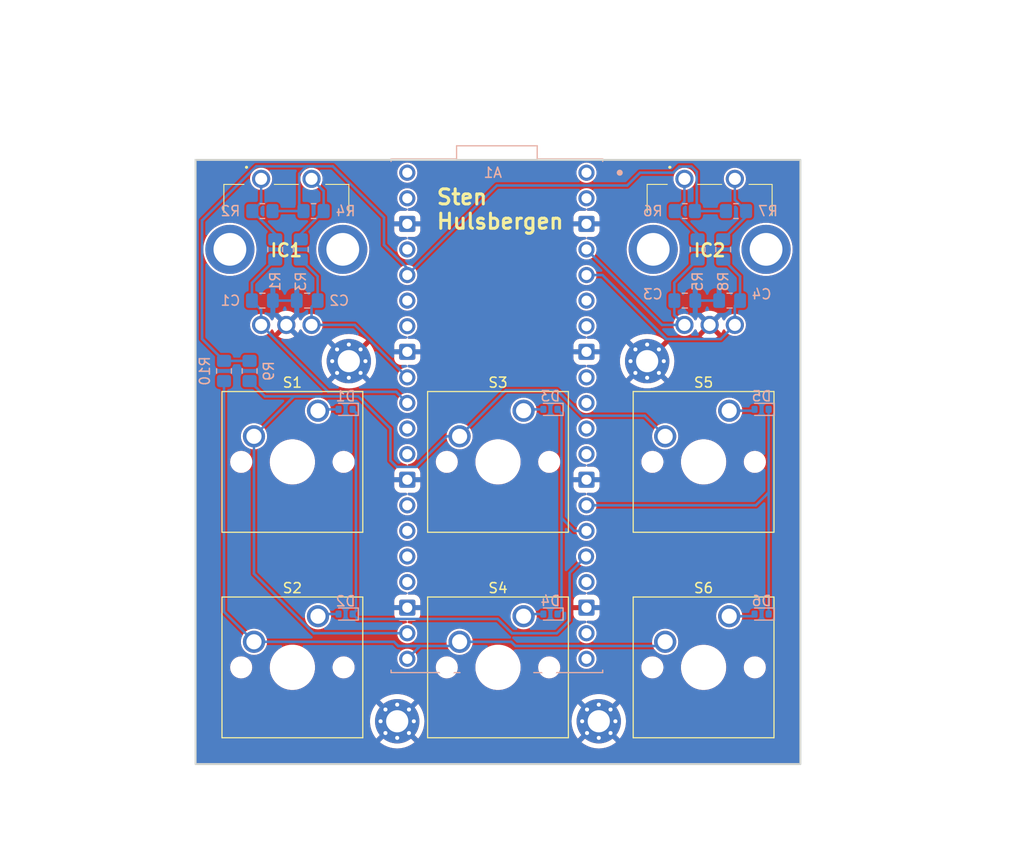
<source format=kicad_pcb>
(kicad_pcb (version 20221018) (generator pcbnew)
  (layers (0 "F.Cu" signal) (31 "B.Cu" signal) (34 "B.Paste" user) (35 "F.Paste" user) (36 "B.SilkS" user "B.Silkscreen") (37 "F.SilkS" user "F.Silkscreen") (38 "B.Mask" user) (39 "F.Mask" user) (44 "Edge.Cuts" user))
  (net 0 "")
  (net 1 "RIJ1")
  (net 2 "RIJ2")
  (net 3 "KOLOM1")
  (net 4 "KOLOM2")
  (net 5 "KOLOM3")
  (net 6 "Net-(D1-A)")
  (net 7 "Net-(D2-A)")
  (net 8 "Net-(D3-A)")
  (net 9 "Net-(D4-A)")
  (net 10 "Net-(D5-A)")
  (net 11 "Net-(D6-A)")
  (net 32 "+3V3")
  (net 33 "Net-(IC1-Pad1)")
  (net 34 "Net-(IC1-Pad2)")
  (net 35 "ROT1A")
  (net 36 "ROT1B")
  (net 37 "Net-(IC2-Pad1)")
  (net 38 "Net-(IC2-Pad2)")
  (net 39 "ROT2A")
  (net 40 "ROT2B")
  (net 45 "GND")
  (footprint "LIB_PEC12R-4220F-S0024:PEC12R4220FS0024" (layer "F.Cu") (at 47.5 34.9)
    (fp_text reference "IC1" (at 2.5 7.1) (layer "F.SilkS") (effects (font (size 1.27 1.27) (thickness 0.254))))
    (fp_text value "PEC12R-4220F-S0024" hide)
    (fp_line (start -3.7 0.55) (end -3.7 3.35) (stroke (width 0.1)) (layer "F.SilkS"))
    (fp_line (start -1.7 0.55) (end -3.7 0.55) (stroke (width 0.1)) (layer "F.SilkS"))
    (fp_line (start -1.5 -1.15) (end -1.5 -1.15) (stroke (width 0.2)) (layer "F.SilkS"))
    (fp_line (start -1.4 -1.15) (end -1.4 -1.15) (stroke (width 0.2)) (layer "F.SilkS"))
    (fp_line (start 1.3 0.55) (end 3.7 0.55) (stroke (width 0.1)) (layer "F.SilkS"))
    (fp_line (start 6.4 0.55) (end 8.7 0.55) (stroke (width 0.1)) (layer "F.SilkS"))
    (fp_line (start 8.7 0.55) (end 8.7 3.65) (stroke (width 0.1)) (layer "F.SilkS"))
    (fp_arc (start -1.5 -1.15) (mid -1.45 -1.2) (end -1.4 -1.15) (stroke (width 0.2)) (layer "F.SilkS"))
    (fp_arc (start -1.4 -1.15) (mid -1.45 -1.1) (end -1.5 -1.15) (stroke (width 0.2)) (layer "F.SilkS"))
    (pad "1" thru_hole circle (at 0 0) (size 1.8 1.8) (drill 1.2) (layers "*.Cu" "*.Mask") (net 33 "Net-(IC1-Pad1)"))
    (pad "2" thru_hole circle (at 5 0) (size 1.8 1.8) (drill 1.2) (layers "*.Cu" "*.Mask") (net 34 "Net-(IC1-Pad2)"))
    (pad "A1" thru_hole circle (at 0 14.5) (size 1.8 1.8) (drill 1.2) (layers "*.Cu" "*.Mask") (net 35 "ROT1A"))
    (pad "B1" thru_hole circle (at 5 14.5) (size 1.8 1.8) (drill 1.2) (layers "*.Cu" "*.Mask") (net 36 "ROT1B"))
    (pad "C1" thru_hole circle (at 2.5 14.5) (size 1.8 1.8) (drill 1.2) (layers "*.Cu" "*.Mask") (net 45 "GND"))
    (pad "MH1" thru_hole circle (at 8.1 7) (size 4.875 4.875) (drill 3.25) (layers "*.Cu" "*.Mask"))
    (pad "MH2" thru_hole circle (at -3.1 7) (size 4.875 4.875) (drill 3.25) (layers "*.Cu" "*.Mask"))
  )
  (footprint "Button_Switch_Keyboard:SW_Cherry_MX_1.00u_PCB" (layer "F.Cu") (at 93.94 57.92)
    (fp_text reference "S5" (at -2.54 -2.794) (layer "F.SilkS"))
    (fp_text value "MX1A-E1NW" hide)
    (fp_line (start -9.525 -1.905) (end 4.445 -1.905) (stroke (width 0.12)) (layer "F.SilkS"))
    (fp_line (start -9.525 12.065) (end -9.525 -1.905) (stroke (width 0.12)) (layer "F.SilkS"))
    (fp_line (start 4.445 -1.905) (end 4.445 12.065) (stroke (width 0.12)) (layer "F.SilkS"))
    (fp_line (start 4.445 12.065) (end -9.525 12.065) (stroke (width 0.12)) (layer "F.SilkS"))
    (pad "" np_thru_hole circle (at -7.62 5.08) (size 1.7 1.7) (drill 1.7) (layers "*.Cu" "*.Mask"))
    (pad "" np_thru_hole circle (at -2.54 5.08) (size 4 4) (drill 4) (layers "*.Cu" "*.Mask"))
    (pad "" np_thru_hole circle (at 2.54 5.08) (size 1.7 1.7) (drill 1.7) (layers "*.Cu" "*.Mask"))
    (pad "1" thru_hole circle (at 0 0) (size 2.2 2.2) (drill 1.5) (layers "*.Cu" "*.Mask") (net 10 "Net-(D5-A)"))
    (pad "2" thru_hole circle (at -6.35 2.54) (size 2.2 2.2) (drill 1.5) (layers "*.Cu" "*.Mask") (net 1 "RIJ1"))
  )
  (footprint "MountingHole:MountingHole_2.2mm_M2_Pad_Via" (layer "F.Cu") (at 81 88.75)
    (fp_text reference "H2" hide)
    (fp_text value "MountingHole_Pad" hide)
    (pad "1" thru_hole circle (at -1.65 0) (size 0.7 0.7) (drill 0.4) (layers "*.Cu" "*.Mask") (net 45 "GND"))
    (pad "1" thru_hole circle (at -1.166726 -1.166726) (size 0.7 0.7) (drill 0.4) (layers "*.Cu" "*.Mask") (net 45 "GND"))
    (pad "1" thru_hole circle (at -1.166726 1.166726) (size 0.7 0.7) (drill 0.4) (layers "*.Cu" "*.Mask") (net 45 "GND"))
    (pad "1" thru_hole circle (at 0 -1.65) (size 0.7 0.7) (drill 0.4) (layers "*.Cu" "*.Mask") (net 45 "GND"))
    (pad "1" thru_hole circle (at 0 0) (size 4.4 4.4) (drill 2.2) (layers "*.Cu" "*.Mask") (net 45 "GND"))
    (pad "1" thru_hole circle (at 0 1.65) (size 0.7 0.7) (drill 0.4) (layers "*.Cu" "*.Mask") (net 45 "GND"))
    (pad "1" thru_hole circle (at 1.166726 -1.166726) (size 0.7 0.7) (drill 0.4) (layers "*.Cu" "*.Mask") (net 45 "GND"))
    (pad "1" thru_hole circle (at 1.166726 1.166726) (size 0.7 0.7) (drill 0.4) (layers "*.Cu" "*.Mask") (net 45 "GND"))
    (pad "1" thru_hole circle (at 1.65 0) (size 0.7 0.7) (drill 0.4) (layers "*.Cu" "*.Mask") (net 45 "GND"))
  )
  (footprint "LIB_PEC12R-4220F-S0024:PEC12R4220FS0024" (layer "F.Cu") (at 89.5 34.9)
    (fp_text reference "IC2" (at 2.5 7.1) (layer "F.SilkS") (effects (font (size 1.27 1.27) (thickness 0.254))))
    (fp_text value "PEC12R-4220F-S0024" hide)
    (fp_line (start -3.7 0.55) (end -3.7 3.35) (stroke (width 0.1)) (layer "F.SilkS"))
    (fp_line (start -1.7 0.55) (end -3.7 0.55) (stroke (width 0.1)) (layer "F.SilkS"))
    (fp_line (start -1.5 -1.15) (end -1.5 -1.15) (stroke (width 0.2)) (layer "F.SilkS"))
    (fp_line (start -1.4 -1.15) (end -1.4 -1.15) (stroke (width 0.2)) (layer "F.SilkS"))
    (fp_line (start 1.3 0.55) (end 3.7 0.55) (stroke (width 0.1)) (layer "F.SilkS"))
    (fp_line (start 6.4 0.55) (end 8.7 0.55) (stroke (width 0.1)) (layer "F.SilkS"))
    (fp_line (start 8.7 0.55) (end 8.7 3.65) (stroke (width 0.1)) (layer "F.SilkS"))
    (fp_arc (start -1.5 -1.15) (mid -1.45 -1.2) (end -1.4 -1.15) (stroke (width 0.2)) (layer "F.SilkS"))
    (fp_arc (start -1.4 -1.15) (mid -1.45 -1.1) (end -1.5 -1.15) (stroke (width 0.2)) (layer "F.SilkS"))
    (pad "1" thru_hole circle (at 0 0) (size 1.8 1.8) (drill 1.2) (layers "*.Cu" "*.Mask") (net 37 "Net-(IC2-Pad1)"))
    (pad "2" thru_hole circle (at 5 0) (size 1.8 1.8) (drill 1.2) (layers "*.Cu" "*.Mask") (net 38 "Net-(IC2-Pad2)"))
    (pad "A1" thru_hole circle (at 0 14.5) (size 1.8 1.8) (drill 1.2) (layers "*.Cu" "*.Mask") (net 39 "ROT2A"))
    (pad "B1" thru_hole circle (at 5 14.5) (size 1.8 1.8) (drill 1.2) (layers "*.Cu" "*.Mask") (net 40 "ROT2B"))
    (pad "C1" thru_hole circle (at 2.5 14.5) (size 1.8 1.8) (drill 1.2) (layers "*.Cu" "*.Mask") (net 45 "GND"))
    (pad "MH1" thru_hole circle (at 8.1 7) (size 4.875 4.875) (drill 3.25) (layers "*.Cu" "*.Mask"))
    (pad "MH2" thru_hole circle (at -3.1 7) (size 4.875 4.875) (drill 3.25) (layers "*.Cu" "*.Mask"))
  )
  (footprint "MountingHole:MountingHole_2.2mm_M2_Pad_Via" (layer "F.Cu") (at 61 88.75)
    (fp_text reference "H1" hide)
    (fp_text value "MountingHole_Pad" hide)
    (pad "1" thru_hole circle (at -1.65 0) (size 0.7 0.7) (drill 0.4) (layers "*.Cu" "*.Mask") (net 45 "GND"))
    (pad "1" thru_hole circle (at -1.166726 -1.166726) (size 0.7 0.7) (drill 0.4) (layers "*.Cu" "*.Mask") (net 45 "GND"))
    (pad "1" thru_hole circle (at -1.166726 1.166726) (size 0.7 0.7) (drill 0.4) (layers "*.Cu" "*.Mask") (net 45 "GND"))
    (pad "1" thru_hole circle (at 0 -1.65) (size 0.7 0.7) (drill 0.4) (layers "*.Cu" "*.Mask") (net 45 "GND"))
    (pad "1" thru_hole circle (at 0 0) (size 4.4 4.4) (drill 2.2) (layers "*.Cu" "*.Mask") (net 45 "GND"))
    (pad "1" thru_hole circle (at 0 1.65) (size 0.7 0.7) (drill 0.4) (layers "*.Cu" "*.Mask") (net 45 "GND"))
    (pad "1" thru_hole circle (at 1.166726 -1.166726) (size 0.7 0.7) (drill 0.4) (layers "*.Cu" "*.Mask") (net 45 "GND"))
    (pad "1" thru_hole circle (at 1.166726 1.166726) (size 0.7 0.7) (drill 0.4) (layers "*.Cu" "*.Mask") (net 45 "GND"))
    (pad "1" thru_hole circle (at 1.65 0) (size 0.7 0.7) (drill 0.4) (layers "*.Cu" "*.Mask") (net 45 "GND"))
  )
  (footprint "Button_Switch_Keyboard:SW_Cherry_MX_1.00u_PCB" (layer "F.Cu") (at 53.14 78.32)
    (fp_text reference "S2" (at -2.54 -2.794) (layer "F.SilkS"))
    (fp_text value "MX1A-E1NW" hide)
    (fp_line (start -9.525 -1.905) (end 4.445 -1.905) (stroke (width 0.12)) (layer "F.SilkS"))
    (fp_line (start -9.525 12.065) (end -9.525 -1.905) (stroke (width 0.12)) (layer "F.SilkS"))
    (fp_line (start 4.445 -1.905) (end 4.445 12.065) (stroke (width 0.12)) (layer "F.SilkS"))
    (fp_line (start 4.445 12.065) (end -9.525 12.065) (stroke (width 0.12)) (layer "F.SilkS"))
    (pad "" np_thru_hole circle (at -7.62 5.08) (size 1.7 1.7) (drill 1.7) (layers "*.Cu" "*.Mask"))
    (pad "" np_thru_hole circle (at -2.54 5.08) (size 4 4) (drill 4) (layers "*.Cu" "*.Mask"))
    (pad "" np_thru_hole circle (at 2.54 5.08) (size 1.7 1.7) (drill 1.7) (layers "*.Cu" "*.Mask"))
    (pad "1" thru_hole circle (at 0 0) (size 2.2 2.2) (drill 1.5) (layers "*.Cu" "*.Mask") (net 7 "Net-(D2-A)"))
    (pad "2" thru_hole circle (at -6.35 2.54) (size 2.2 2.2) (drill 1.5) (layers "*.Cu" "*.Mask") (net 2 "RIJ2"))
  )
  (footprint "Button_Switch_Keyboard:SW_Cherry_MX_1.00u_PCB" (layer "F.Cu") (at 73.54 57.92)
    (fp_text reference "S3" (at -2.54 -2.794) (layer "F.SilkS"))
    (fp_text value "MX1A-E1NW" hide)
    (fp_line (start -9.525 -1.905) (end 4.445 -1.905) (stroke (width 0.12)) (layer "F.SilkS"))
    (fp_line (start -9.525 12.065) (end -9.525 -1.905) (stroke (width 0.12)) (layer "F.SilkS"))
    (fp_line (start 4.445 -1.905) (end 4.445 12.065) (stroke (width 0.12)) (layer "F.SilkS"))
    (fp_line (start 4.445 12.065) (end -9.525 12.065) (stroke (width 0.12)) (layer "F.SilkS"))
    (pad "" np_thru_hole circle (at -7.62 5.08) (size 1.7 1.7) (drill 1.7) (layers "*.Cu" "*.Mask"))
    (pad "" np_thru_hole circle (at -2.54 5.08) (size 4 4) (drill 4) (layers "*.Cu" "*.Mask"))
    (pad "" np_thru_hole circle (at 2.54 5.08) (size 1.7 1.7) (drill 1.7) (layers "*.Cu" "*.Mask"))
    (pad "1" thru_hole circle (at 0 0) (size 2.2 2.2) (drill 1.5) (layers "*.Cu" "*.Mask") (net 8 "Net-(D3-A)"))
    (pad "2" thru_hole circle (at -6.35 2.54) (size 2.2 2.2) (drill 1.5) (layers "*.Cu" "*.Mask") (net 1 "RIJ1"))
  )
  (footprint "Button_Switch_Keyboard:SW_Cherry_MX_1.00u_PCB" (layer "F.Cu") (at 73.54 78.32)
    (fp_text reference "S4" (at -2.54 -2.794) (layer "F.SilkS"))
    (fp_text value "MX1A-E1NW" hide)
    (fp_line (start -9.525 -1.905) (end 4.445 -1.905) (stroke (width 0.12)) (layer "F.SilkS"))
    (fp_line (start -9.525 12.065) (end -9.525 -1.905) (stroke (width 0.12)) (layer "F.SilkS"))
    (fp_line (start 4.445 -1.905) (end 4.445 12.065) (stroke (width 0.12)) (layer "F.SilkS"))
    (fp_line (start 4.445 12.065) (end -9.525 12.065) (stroke (width 0.12)) (layer "F.SilkS"))
    (pad "" np_thru_hole circle (at -7.62 5.08) (size 1.7 1.7) (drill 1.7) (layers "*.Cu" "*.Mask"))
    (pad "" np_thru_hole circle (at -2.54 5.08) (size 4 4) (drill 4) (layers "*.Cu" "*.Mask"))
    (pad "" np_thru_hole circle (at 2.54 5.08) (size 1.7 1.7) (drill 1.7) (layers "*.Cu" "*.Mask"))
    (pad "1" thru_hole circle (at 0 0) (size 2.2 2.2) (drill 1.5) (layers "*.Cu" "*.Mask") (net 9 "Net-(D4-A)"))
    (pad "2" thru_hole circle (at -6.35 2.54) (size 2.2 2.2) (drill 1.5) (layers "*.Cu" "*.Mask") (net 2 "RIJ2"))
  )
  (footprint "Button_Switch_Keyboard:SW_Cherry_MX_1.00u_PCB" (layer "F.Cu") (at 93.94 78.32)
    (fp_text reference "S6" (at -2.54 -2.794) (layer "F.SilkS"))
    (fp_text value "MX1A-E1NW" hide)
    (fp_line (start -9.525 -1.905) (end 4.445 -1.905) (stroke (width 0.12)) (layer "F.SilkS"))
    (fp_line (start -9.525 12.065) (end -9.525 -1.905) (stroke (width 0.12)) (layer "F.SilkS"))
    (fp_line (start 4.445 -1.905) (end 4.445 12.065) (stroke (width 0.12)) (layer "F.SilkS"))
    (fp_line (start 4.445 12.065) (end -9.525 12.065) (stroke (width 0.12)) (layer "F.SilkS"))
    (pad "" np_thru_hole circle (at -7.62 5.08) (size 1.7 1.7) (drill 1.7) (layers "*.Cu" "*.Mask"))
    (pad "" np_thru_hole circle (at -2.54 5.08) (size 4 4) (drill 4) (layers "*.Cu" "*.Mask"))
    (pad "" np_thru_hole circle (at 2.54 5.08) (size 1.7 1.7) (drill 1.7) (layers "*.Cu" "*.Mask"))
    (pad "1" thru_hole circle (at 0 0) (size 2.2 2.2) (drill 1.5) (layers "*.Cu" "*.Mask") (net 11 "Net-(D6-A)"))
    (pad "2" thru_hole circle (at -6.35 2.54) (size 2.2 2.2) (drill 1.5) (layers "*.Cu" "*.Mask") (net 2 "RIJ2"))
  )
  (footprint "MountingHole:MountingHole_2.2mm_M2_Pad_Via" (layer "F.Cu") (at 85.8 53)
    (fp_text reference "H3" hide)
    (fp_text value "MountingHole_Pad" hide)
    (pad "1" thru_hole circle (at -1.65 0) (size 0.7 0.7) (drill 0.4) (layers "*.Cu" "*.Mask") (net 45 "GND"))
    (pad "1" thru_hole circle (at -1.166726 -1.166726) (size 0.7 0.7) (drill 0.4) (layers "*.Cu" "*.Mask") (net 45 "GND"))
    (pad "1" thru_hole circle (at -1.166726 1.166726) (size 0.7 0.7) (drill 0.4) (layers "*.Cu" "*.Mask") (net 45 "GND"))
    (pad "1" thru_hole circle (at 0 -1.65) (size 0.7 0.7) (drill 0.4) (layers "*.Cu" "*.Mask") (net 45 "GND"))
    (pad "1" thru_hole circle (at 0 0) (size 4.4 4.4) (drill 2.2) (layers "*.Cu" "*.Mask") (net 45 "GND"))
    (pad "1" thru_hole circle (at 0 1.65) (size 0.7 0.7) (drill 0.4) (layers "*.Cu" "*.Mask") (net 45 "GND"))
    (pad "1" thru_hole circle (at 1.166726 -1.166726) (size 0.7 0.7) (drill 0.4) (layers "*.Cu" "*.Mask") (net 45 "GND"))
    (pad "1" thru_hole circle (at 1.166726 1.166726) (size 0.7 0.7) (drill 0.4) (layers "*.Cu" "*.Mask") (net 45 "GND"))
    (pad "1" thru_hole circle (at 1.65 0) (size 0.7 0.7) (drill 0.4) (layers "*.Cu" "*.Mask") (net 45 "GND"))
  )
  (footprint "MountingHole:MountingHole_2.2mm_M2_Pad_Via" (layer "F.Cu") (at 56.2 53)
    (fp_text reference "H4" hide)
    (fp_text value "MountingHole_Pad" hide)
    (pad "1" thru_hole circle (at -1.65 0) (size 0.7 0.7) (drill 0.4) (layers "*.Cu" "*.Mask") (net 45 "GND"))
    (pad "1" thru_hole circle (at -1.166726 -1.166726) (size 0.7 0.7) (drill 0.4) (layers "*.Cu" "*.Mask") (net 45 "GND"))
    (pad "1" thru_hole circle (at -1.166726 1.166726) (size 0.7 0.7) (drill 0.4) (layers "*.Cu" "*.Mask") (net 45 "GND"))
    (pad "1" thru_hole circle (at 0 -1.65) (size 0.7 0.7) (drill 0.4) (layers "*.Cu" "*.Mask") (net 45 "GND"))
    (pad "1" thru_hole circle (at 0 0) (size 4.4 4.4) (drill 2.2) (layers "*.Cu" "*.Mask") (net 45 "GND"))
    (pad "1" thru_hole circle (at 0 1.65) (size 0.7 0.7) (drill 0.4) (layers "*.Cu" "*.Mask") (net 45 "GND"))
    (pad "1" thru_hole circle (at 1.166726 -1.166726) (size 0.7 0.7) (drill 0.4) (layers "*.Cu" "*.Mask") (net 45 "GND"))
    (pad "1" thru_hole circle (at 1.166726 1.166726) (size 0.7 0.7) (drill 0.4) (layers "*.Cu" "*.Mask") (net 45 "GND"))
    (pad "1" thru_hole circle (at 1.65 0) (size 0.7 0.7) (drill 0.4) (layers "*.Cu" "*.Mask") (net 45 "GND"))
  )
  (footprint "Button_Switch_Keyboard:SW_Cherry_MX_1.00u_PCB" (layer "F.Cu") (at 53.14 57.92)
    (fp_text reference "S1" (at -2.54 -2.794) (layer "F.SilkS"))
    (fp_text value "MX1A-E1NW" hide)
    (fp_line (start -9.525 -1.905) (end 4.445 -1.905) (stroke (width 0.12)) (layer "F.SilkS"))
    (fp_line (start -9.525 12.065) (end -9.525 -1.905) (stroke (width 0.12)) (layer "F.SilkS"))
    (fp_line (start 4.445 -1.905) (end 4.445 12.065) (stroke (width 0.12)) (layer "F.SilkS"))
    (fp_line (start 4.445 12.065) (end -9.525 12.065) (stroke (width 0.12)) (layer "F.SilkS"))
    (pad "" np_thru_hole circle (at -7.62 5.08) (size 1.7 1.7) (drill 1.7) (layers "*.Cu" "*.Mask"))
    (pad "" np_thru_hole circle (at -2.54 5.08) (size 4 4) (drill 4) (layers "*.Cu" "*.Mask"))
    (pad "" np_thru_hole circle (at 2.54 5.08) (size 1.7 1.7) (drill 1.7) (layers "*.Cu" "*.Mask"))
    (pad "1" thru_hole circle (at 0 0) (size 2.2 2.2) (drill 1.5) (layers "*.Cu" "*.Mask") (net 6 "Net-(D1-A)"))
    (pad "2" thru_hole circle (at -6.35 2.54) (size 2.2 2.2) (drill 1.5) (layers "*.Cu" "*.Mask") (net 1 "RIJ1"))
  )
  (footprint "Diode_SMD:D_SOD-523" (layer "B.Cu") (at 55.88 57.785 180)
    (fp_text reference "D1" (at 0 1.3) (layer "B.SilkS") (effects (justify mirror)))
    (fp_text value "1N4148WT" hide)
    (fp_line (start -1.26 0.6) (end -1.26 -0.6) (stroke (width 0.12)) (layer "B.SilkS"))
    (fp_line (start 0.7 -0.6) (end -1.26 -0.6) (stroke (width 0.12)) (layer "B.SilkS"))
    (fp_line (start 0.7 0.6) (end -1.26 0.6) (stroke (width 0.12)) (layer "B.SilkS"))
    (pad "1" smd roundrect (at -0.7 0) (size 0.6 0.7) (layers "B.Cu" "B.Paste" "B.Mask") (net 3 "KOLOM1"))
    (pad "2" smd roundrect (at 0.7 0) (size 0.6 0.7) (layers "B.Cu" "B.Paste" "B.Mask") (net 6 "Net-(D1-A)"))
  )
  (footprint "Resistor_SMD:R_0805_2012Metric_Pad1.20x1.40mm_HandSolder" (layer "B.Cu") (at 46.355 53.975 90)
    (fp_text reference "R9" (at 0 1.905 90) (layer "B.SilkS") (effects (justify mirror)))
    (fp_text value "10K" hide)
    (fp_line (start -0.227064 -0.735) (end 0.227064 -0.735) (stroke (width 0.12)) (layer "B.SilkS"))
    (fp_line (start -0.227064 0.735) (end 0.227064 0.735) (stroke (width 0.12)) (layer "B.SilkS"))
    (pad "1" smd roundrect (at -1 0 90) (size 1.2 1.4) (layers "B.Cu" "B.Paste" "B.Mask") (roundrect_rratio 0.208333) (net 1 "RIJ1"))
    (pad "2" smd roundrect (at 1 0 90) (size 1.2 1.4) (layers "B.Cu" "B.Paste" "B.Mask") (roundrect_rratio 0.208333) (net 32 "+3V3"))
  )
  (footprint "Resistor_SMD:R_0805_2012Metric_Pad1.20x1.40mm_HandSolder" (layer "B.Cu") (at 51.435 41.91 -90)
    (fp_text reference "R3" (at 3.175 0 90) (layer "B.SilkS") (effects (justify mirror)))
    (fp_text value "10K" hide)
    (fp_line (start -0.227064 -0.735) (end 0.227064 -0.735) (stroke (width 0.12)) (layer "B.SilkS"))
    (fp_line (start -0.227064 0.735) (end 0.227064 0.735) (stroke (width 0.12)) (layer "B.SilkS"))
    (pad "1" smd roundrect (at -1 0 270) (size 1.2 1.4) (layers "B.Cu" "B.Paste" "B.Mask") (roundrect_rratio 0.208333) (net 34 "Net-(IC1-Pad2)"))
    (pad "2" smd roundrect (at 1 0 270) (size 1.2 1.4) (layers "B.Cu" "B.Paste" "B.Mask") (roundrect_rratio 0.208333) (net 36 "ROT1B"))
  )
  (footprint "Capacitor_SMD:C_0805_2012Metric_Pad1.18x1.45mm_HandSolder" (layer "B.Cu") (at 93.98 46.99)
    (fp_text reference "C4" (at 3.175 -0.635) (layer "B.SilkS") (effects (justify mirror)))
    (fp_text value "0.01uF" hide)
    (fp_line (start -0.261252 -0.735) (end 0.261252 -0.735) (stroke (width 0.12)) (layer "B.SilkS"))
    (fp_line (start -0.261252 0.735) (end 0.261252 0.735) (stroke (width 0.12)) (layer "B.SilkS"))
    (pad "1" smd roundrect (at -1.0375 0) (size 1.175 1.45) (layers "B.Cu" "B.Paste" "B.Mask") (roundrect_rratio 0.212766) (net 45 "GND"))
    (pad "2" smd roundrect (at 1.0375 0) (size 1.175 1.45) (layers "B.Cu" "B.Paste" "B.Mask") (roundrect_rratio 0.212766) (net 40 "ROT2B"))
  )
  (footprint "Resistor_SMD:R_0805_2012Metric_Pad1.20x1.40mm_HandSolder" (layer "B.Cu") (at 94.615 38.1)
    (fp_text reference "R7" (at 3.175 0) (layer "B.SilkS") (effects (justify mirror)))
    (fp_text value "10K" hide)
    (fp_line (start -0.227064 -0.735) (end 0.227064 -0.735) (stroke (width 0.12)) (layer "B.SilkS"))
    (fp_line (start -0.227064 0.735) (end 0.227064 0.735) (stroke (width 0.12)) (layer "B.SilkS"))
    (pad "1" smd roundrect (at -1 0) (size 1.2 1.4) (layers "B.Cu" "B.Paste" "B.Mask") (roundrect_rratio 0.208333) (net 32 "+3V3"))
    (pad "2" smd roundrect (at 1 0) (size 1.2 1.4) (layers "B.Cu" "B.Paste" "B.Mask") (roundrect_rratio 0.208333) (net 38 "Net-(IC2-Pad2)"))
  )
  (footprint "Diode_SMD:D_SOD-523" (layer "B.Cu") (at 76.2 78.105 180)
    (fp_text reference "D4" (at 0 1.3) (layer "B.SilkS") (effects (justify mirror)))
    (fp_text value "1N4148WT" hide)
    (fp_line (start -1.26 0.6) (end -1.26 -0.6) (stroke (width 0.12)) (layer "B.SilkS"))
    (fp_line (start 0.7 -0.6) (end -1.26 -0.6) (stroke (width 0.12)) (layer "B.SilkS"))
    (fp_line (start 0.7 0.6) (end -1.26 0.6) (stroke (width 0.12)) (layer "B.SilkS"))
    (pad "1" smd roundrect (at -0.7 0) (size 0.6 0.7) (layers "B.Cu" "B.Paste" "B.Mask") (net 4 "KOLOM2"))
    (pad "2" smd roundrect (at 0.7 0) (size 0.6 0.7) (layers "B.Cu" "B.Paste" "B.Mask") (net 9 "Net-(D4-A)"))
  )
  (footprint "Resistor_SMD:R_0805_2012Metric_Pad1.20x1.40mm_HandSolder" (layer "B.Cu") (at 93.345 41.91 -90)
    (fp_text reference "R8" (at 3.175 0 90) (layer "B.SilkS") (effects (justify mirror)))
    (fp_text value "10K" hide)
    (fp_line (start -0.227064 -0.735) (end 0.227064 -0.735) (stroke (width 0.12)) (layer "B.SilkS"))
    (fp_line (start -0.227064 0.735) (end 0.227064 0.735) (stroke (width 0.12)) (layer "B.SilkS"))
    (pad "1" smd roundrect (at -1 0 270) (size 1.2 1.4) (layers "B.Cu" "B.Paste" "B.Mask") (roundrect_rratio 0.208333) (net 38 "Net-(IC2-Pad2)"))
    (pad "2" smd roundrect (at 1 0 270) (size 1.2 1.4) (layers "B.Cu" "B.Paste" "B.Mask") (roundrect_rratio 0.208333) (net 40 "ROT2B"))
  )
  (footprint "Resistor_SMD:R_0805_2012Metric_Pad1.20x1.40mm_HandSolder" (layer "B.Cu") (at 48.895 41.91 90)
    (fp_text reference "R1" (at -3.175 0 90) (layer "B.SilkS") (effects (justify mirror)))
    (fp_text value "10K" hide)
    (fp_line (start -0.227064 -0.735) (end 0.227064 -0.735) (stroke (width 0.12)) (layer "B.SilkS"))
    (fp_line (start -0.227064 0.735) (end 0.227064 0.735) (stroke (width 0.12)) (layer "B.SilkS"))
    (pad "1" smd roundrect (at -1 0 90) (size 1.2 1.4) (layers "B.Cu" "B.Paste" "B.Mask") (roundrect_rratio 0.208333) (net 35 "ROT1A"))
    (pad "2" smd roundrect (at 1 0 90) (size 1.2 1.4) (layers "B.Cu" "B.Paste" "B.Mask") (roundrect_rratio 0.208333) (net 33 "Net-(IC1-Pad1)"))
  )
  (footprint "Raspberry_Pi_Pico_W_Kicad_Files-main:MODULE_SC0918" (layer "B.Cu") (at 70.89 58.42 180)
    (fp_text reference "A1" (at 0.405 24.13) (layer "B.SilkS") (effects (justify mirror)))
    (fp_text value "SC0918")
    (fp_line (start -10.5 -25.5) (end -10.5 -25.25) (stroke (width 0.127)) (layer "B.SilkS"))
    (fp_line (start -10.5 25.25) (end -10.5 25.5) (stroke (width 0.127)) (layer "B.SilkS"))
    (fp_line (start -10.5 25.5) (end -4 25.5) (stroke (width 0.127)) (layer "B.SilkS"))
    (fp_line (start -4 25.5) (end -4 26.8) (stroke (width 0.127)) (layer "B.SilkS"))
    (fp_line (start -4 26.8) (end 4 26.8) (stroke (width 0.127)) (layer "B.SilkS"))
    (fp_line (start -3.66 -25.5) (end -10.5 -25.5) (stroke (width 0.127)) (layer "B.SilkS"))
    (fp_line (start 4 25.5) (end 10.5 25.5) (stroke (width 0.127)) (layer "B.SilkS"))
    (fp_line (start 4 26.8) (end 4 25.5) (stroke (width 0.127)) (layer "B.SilkS"))
    (fp_line (start 10.5 -25.5) (end 3.66 -25.5) (stroke (width 0.127)) (layer "B.SilkS"))
    (fp_line (start 10.5 -25.5) (end 10.5 -25.25) (stroke (width 0.127)) (layer "B.SilkS"))
    (fp_line (start 10.5 25.5) (end 10.5 25.25) (stroke (width 0.127)) (layer "B.SilkS"))
    (fp_circle (center -12.19 24.13) (end -11.99 24.13) (stroke (width 0.2)) (fill solid) (layer "B.SilkS"))
    (pad "1" thru_hole circle (at -8.89 24.13 180) (size 1.6 1.6) (drill 1) (layers "*.Cu" "*.Mask"))
    (pad "2" thru_hole circle (at -8.89 21.59 180) (size 1.6 1.6) (drill 1) (layers "*.Cu" "*.Mask"))
    (pad "3" thru_hole roundrect (at -8.89 19.05 180) (size 1.6 1.6) (drill 1) (layers "*.Cu" "*.Mask") (roundrect_rratio 0.125) (net 45 "GND"))
    (pad "4" thru_hole circle (at -8.89 16.51 180) (size 1.6 1.6) (drill 1) (layers "*.Cu" "*.Mask") (net 39 "ROT2A"))
    (pad "5" thru_hole circle (at -8.89 13.97 180) (size 1.6 1.6) (drill 1) (layers "*.Cu" "*.Mask") (net 40 "ROT2B"))
    (pad "6" thru_hole circle (at -8.89 11.43 180) (size 1.6 1.6) (drill 1) (layers "*.Cu" "*.Mask"))
    (pad "7" thru_hole circle (at -8.89 8.89 180) (size 1.6 1.6) (drill 1) (layers "*.Cu" "*.Mask"))
    (pad "8" thru_hole roundrect (at -8.89 6.35 180) (size 1.6 1.6) (drill 1) (layers "*.Cu" "*.Mask") (roundrect_rratio 0.125) (net 45 "GND"))
    (pad "9" thru_hole circle (at -8.89 3.81 180) (size 1.6 1.6) (drill 1) (layers "*.Cu" "*.Mask"))
    (pad "10" thru_hole circle (at -8.89 1.27 180) (size 1.6 1.6) (drill 1) (layers "*.Cu" "*.Mask"))
    (pad "11" thru_hole circle (at -8.89 -1.27 180) (size 1.6 1.6) (drill 1) (layers "*.Cu" "*.Mask"))
    (pad "12" thru_hole circle (at -8.89 -3.81 180) (size 1.6 1.6) (drill 1) (layers "*.Cu" "*.Mask"))
    (pad "13" thru_hole roundrect (at -8.89 -6.35 180) (size 1.6 1.6) (drill 1) (layers "*.Cu" "*.Mask") (roundrect_rratio 0.125) (net 45 "GND"))
    (pad "14" thru_hole circle (at -8.89 -8.89 180) (size 1.6 1.6) (drill 1) (layers "*.Cu" "*.Mask") (net 5 "KOLOM3"))
    (pad "15" thru_hole circle (at -8.89 -11.43 180) (size 1.6 1.6) (drill 1) (layers "*.Cu" "*.Mask") (net 4 "KOLOM2"))
    (pad "16" thru_hole circle (at -8.848119 -13.97 180) (size 1.6 1.6) (drill 1) (layers "*.Cu" "*.Mask") (net 3 "KOLOM1"))
    (pad "17" thru_hole circle (at -8.89 -16.51 180) (size 1.6 1.6) (drill 1) (layers "*.Cu" "*.Mask"))
    (pad "18" thru_hole roundrect (at -8.89 -19.05 180) (size 1.6 1.6) (drill 1) (layers "*.Cu" "*.Mask") (roundrect_rratio 0.125) (net 45 "GND"))
    (pad "19" thru_hole circle (at -8.89 -21.59 180) (size 1.6 1.6) (drill 1) (layers "*.Cu" "*.Mask"))
    (pad "20" thru_hole circle (at -8.89 -24.13 180) (size 1.6 1.6) (drill 1) (layers "*.Cu" "*.Mask"))
    (pad "21" thru_hole circle (at 8.89 -24.13 180) (size 1.6 1.6) (drill 1) (layers "*.Cu" "*.Mask") (net 2 "RIJ2"))
    (pad "22" thru_hole circle (at 8.89 -21.59 180) (size 1.6 1.6) (drill 1) (layers "*.Cu" "*.Mask") (net 1 "RIJ1"))
    (pad "23" thru_hole roundrect (at 8.89 -19.05 180) (size 1.6 1.6) (drill 1) (layers "*.Cu" "*.Mask") (roundrect_rratio 0.125) (net 45 "GND"))
    (pad "24" thru_hole circle (at 8.89 -16.51 180) (size 1.6 1.6) (drill 1) (layers "*.Cu" "*.Mask"))
    (pad "25" thru_hole circle (at 8.89 -13.97 180) (size 1.6 1.6) (drill 1) (layers "*.Cu" "*.Mask"))
    (pad "26" thru_hole circle (at 8.89 -11.43 180) (size 1.6 1.6) (drill 1) (layers "*.Cu" "*.Mask"))
    (pad "27" thru_hole circle (at 8.89 -8.89 180) (size 1.6 1.6) (drill 1) (layers "*.Cu" "*.Mask"))
    (pad "28" thru_hole roundrect (at 8.89 -6.35 180) (size 1.6 1.6) (drill 1) (layers "*.Cu" "*.Mask") (roundrect_rratio 0.125) (net 45 "GND"))
    (pad "29" thru_hole circle (at 8.89 -3.81 180) (size 1.6 1.6) (drill 1) (layers "*.Cu" "*.Mask"))
    (pad "30" thru_hole circle (at 8.89 -1.27 180) (size 1.6 1.6) (drill 1) (layers "*.Cu" "*.Mask"))
    (pad "31" thru_hole circle (at 8.89 1.27 180) (size 1.6 1.6) (drill 1) (layers "*.Cu" "*.Mask") (net 35 "ROT1A"))
    (pad "32" thru_hole circle (at 8.89 3.81 180) (size 1.6 1.6) (drill 1) (layers "*.Cu" "*.Mask") (net 36 "ROT1B"))
    (pad "33" thru_hole roundrect (at 8.89 6.35 180) (size 1.6 1.6) (drill 1) (layers "*.Cu" "*.Mask") (roundrect_rratio 0.125) (net 45 "GND"))
    (pad "34" thru_hole circle (at 8.89 8.89 180) (size 1.6 1.6) (drill 1) (layers "*.Cu" "*.Mask"))
    (pad "35" thru_hole circle (at 8.89 11.43 180) (size 1.6 1.6) (drill 1) (layers "*.Cu" "*.Mask"))
    (pad "36" thru_hole circle (at 8.89 13.97 180) (size 1.6 1.6) (drill 1) (layers "*.Cu" "*.Mask") (net 32 "+3V3"))
    (pad "37" thru_hole circle (at 8.89 16.51 180) (size 1.6 1.6) (drill 1) (layers "*.Cu" "*.Mask"))
    (pad "38" thru_hole roundrect (at 8.89 19.05 180) (size 1.6 1.6) (drill 1) (layers "*.Cu" "*.Mask") (roundrect_rratio 0.125) (net 45 "GND"))
    (pad "39" thru_hole circle (at 8.89 21.59 180) (size 1.6 1.6) (drill 1) (layers "*.Cu" "*.Mask"))
    (pad "40" thru_hole circle (at 8.89 24.13 180) (size 1.6 1.6) (drill 1) (layers "*.Cu" "*.Mask"))
  )
  (footprint "Resistor_SMD:R_0805_2012Metric_Pad1.20x1.40mm_HandSolder" (layer "B.Cu") (at 90.805 41.91 90)
    (fp_text reference "R5" (at -3.175 0 90) (layer "B.SilkS") (effects (justify mirror)))
    (fp_text value "10K" hide)
    (fp_line (start -0.227064 -0.735) (end 0.227064 -0.735) (stroke (width 0.12)) (layer "B.SilkS"))
    (fp_line (start -0.227064 0.735) (end 0.227064 0.735) (stroke (width 0.12)) (layer "B.SilkS"))
    (pad "1" smd roundrect (at -1 0 90) (size 1.2 1.4) (layers "B.Cu" "B.Paste" "B.Mask") (roundrect_rratio 0.208333) (net 39 "ROT2A"))
    (pad "2" smd roundrect (at 1 0 90) (size 1.2 1.4) (layers "B.Cu" "B.Paste" "B.Mask") (roundrect_rratio 0.208333) (net 37 "Net-(IC2-Pad1)"))
  )
  (footprint "Resistor_SMD:R_0805_2012Metric_Pad1.20x1.40mm_HandSolder" (layer "B.Cu") (at 52.705 38.1)
    (fp_text reference "R4" (at 3.175 0) (layer "B.SilkS") (effects (justify mirror)))
    (fp_text value "10K" hide)
    (fp_line (start -0.227064 -0.735) (end 0.227064 -0.735) (stroke (width 0.12)) (layer "B.SilkS"))
    (fp_line (start -0.227064 0.735) (end 0.227064 0.735) (stroke (width 0.12)) (layer "B.SilkS"))
    (pad "1" smd roundrect (at -1 0) (size 1.2 1.4) (layers "B.Cu" "B.Paste" "B.Mask") (roundrect_rratio 0.208333) (net 32 "+3V3"))
    (pad "2" smd roundrect (at 1 0) (size 1.2 1.4) (layers "B.Cu" "B.Paste" "B.Mask") (roundrect_rratio 0.208333) (net 34 "Net-(IC1-Pad2)"))
  )
  (footprint "Diode_SMD:D_SOD-523" (layer "B.Cu") (at 97.155 57.785 180)
    (fp_text reference "D5" (at 0 1.3) (layer "B.SilkS") (effects (justify mirror)))
    (fp_text value "1N4148WT" hide)
    (fp_line (start -1.26 0.6) (end -1.26 -0.6) (stroke (width 0.12)) (layer "B.SilkS"))
    (fp_line (start 0.7 -0.6) (end -1.26 -0.6) (stroke (width 0.12)) (layer "B.SilkS"))
    (fp_line (start 0.7 0.6) (end -1.26 0.6) (stroke (width 0.12)) (layer "B.SilkS"))
    (pad "1" smd roundrect (at -0.7 0) (size 0.6 0.7) (layers "B.Cu" "B.Paste" "B.Mask") (net 5 "KOLOM3"))
    (pad "2" smd roundrect (at 0.7 0) (size 0.6 0.7) (layers "B.Cu" "B.Paste" "B.Mask") (net 10 "Net-(D5-A)"))
  )
  (footprint "Capacitor_SMD:C_0805_2012Metric_Pad1.18x1.45mm_HandSolder" (layer "B.Cu") (at 89.535 46.99)
    (fp_text reference "C3" (at -3.175 -0.635) (layer "B.SilkS") (effects (justify mirror)))
    (fp_text value "0.01uF" hide)
    (fp_line (start -0.261252 -0.735) (end 0.261252 -0.735) (stroke (width 0.12)) (layer "B.SilkS"))
    (fp_line (start -0.261252 0.735) (end 0.261252 0.735) (stroke (width 0.12)) (layer "B.SilkS"))
    (pad "1" smd roundrect (at -1.0375 0) (size 1.175 1.45) (layers "B.Cu" "B.Paste" "B.Mask") (roundrect_rratio 0.212766) (net 39 "ROT2A"))
    (pad "2" smd roundrect (at 1.0375 0) (size 1.175 1.45) (layers "B.Cu" "B.Paste" "B.Mask") (roundrect_rratio 0.212766) (net 45 "GND"))
  )
  (footprint "Resistor_SMD:R_0805_2012Metric_Pad1.20x1.40mm_HandSolder" (layer "B.Cu") (at 47.625 38.1)
    (fp_text reference "R2" (at -3.175 0) (layer "B.SilkS") (effects (justify mirror)))
    (fp_text value "10K" hide)
    (fp_line (start -0.227064 -0.735) (end 0.227064 -0.735) (stroke (width 0.12)) (layer "B.SilkS"))
    (fp_line (start -0.227064 0.735) (end 0.227064 0.735) (stroke (width 0.12)) (layer "B.SilkS"))
    (pad "1" smd roundrect (at -1 0) (size 1.2 1.4) (layers "B.Cu" "B.Paste" "B.Mask") (roundrect_rratio 0.208333) (net 33 "Net-(IC1-Pad1)"))
    (pad "2" smd roundrect (at 1 0) (size 1.2 1.4) (layers "B.Cu" "B.Paste" "B.Mask") (roundrect_rratio 0.208333) (net 32 "+3V3"))
  )
  (footprint "Diode_SMD:D_SOD-523" (layer "B.Cu") (at 55.88 78.105 180)
    (fp_text reference "D2" (at 0 1.27) (layer "B.SilkS") (effects (justify mirror)))
    (fp_text value "1N4148WT" hide)
    (fp_line (start -1.26 0.6) (end -1.26 -0.6) (stroke (width 0.12)) (layer "B.SilkS"))
    (fp_line (start 0.7 -0.6) (end -1.26 -0.6) (stroke (width 0.12)) (layer "B.SilkS"))
    (fp_line (start 0.7 0.6) (end -1.26 0.6) (stroke (width 0.12)) (layer "B.SilkS"))
    (pad "1" smd roundrect (at -0.7 0) (size 0.6 0.7) (layers "B.Cu" "B.Paste" "B.Mask") (net 3 "KOLOM1"))
    (pad "2" smd roundrect (at 0.7 0) (size 0.6 0.7) (layers "B.Cu" "B.Paste" "B.Mask") (net 7 "Net-(D2-A)"))
  )
  (footprint "Capacitor_SMD:C_0805_2012Metric_Pad1.18x1.45mm_HandSolder" (layer "B.Cu") (at 52.07 46.99)
    (fp_text reference "C2" (at 3.175 0) (layer "B.SilkS") (effects (justify mirror)))
    (fp_text value "0.01uF" hide)
    (fp_line (start -0.261252 -0.735) (end 0.261252 -0.735) (stroke (width 0.12)) (layer "B.SilkS"))
    (fp_line (start -0.261252 0.735) (end 0.261252 0.735) (stroke (width 0.12)) (layer "B.SilkS"))
    (pad "1" smd roundrect (at -1.0375 0) (size 1.175 1.45) (layers "B.Cu" "B.Paste" "B.Mask") (roundrect_rratio 0.212766) (net 45 "GND"))
    (pad "2" smd roundrect (at 1.0375 0) (size 1.175 1.45) (layers "B.Cu" "B.Paste" "B.Mask") (roundrect_rratio 0.212766) (net 36 "ROT1B"))
  )
  (footprint "Resistor_SMD:R_0805_2012Metric_Pad1.20x1.40mm_HandSolder" (layer "B.Cu") (at 43.815 53.975 90)
    (fp_text reference "R10" (at 0 -1.905 90) (layer "B.SilkS") (effects (justify mirror)))
    (fp_text value "10K" hide)
    (fp_line (start -0.227064 -0.735) (end 0.227064 -0.735) (stroke (width 0.12)) (layer "B.SilkS"))
    (fp_line (start -0.227064 0.735) (end 0.227064 0.735) (stroke (width 0.12)) (layer "B.SilkS"))
    (pad "1" smd roundrect (at -1 0 90) (size 1.2 1.4) (layers "B.Cu" "B.Paste" "B.Mask") (roundrect_rratio 0.208333) (net 2 "RIJ2"))
    (pad "2" smd roundrect (at 1 0 90) (size 1.2 1.4) (layers "B.Cu" "B.Paste" "B.Mask") (roundrect_rratio 0.208333) (net 32 "+3V3"))
  )
  (footprint "Diode_SMD:D_SOD-523" (layer "B.Cu") (at 97.155 78.105 180)
    (fp_text reference "D6" (at 0 1.3) (layer "B.SilkS") (effects (justify mirror)))
    (fp_text value "1N4148WT" hide)
    (fp_line (start -1.26 0.6) (end -1.26 -0.6) (stroke (width 0.12)) (layer "B.SilkS"))
    (fp_line (start 0.7 -0.6) (end -1.26 -0.6) (stroke (width 0.12)) (layer "B.SilkS"))
    (fp_line (start 0.7 0.6) (end -1.26 0.6) (stroke (width 0.12)) (layer "B.SilkS"))
    (pad "1" smd roundrect (at -0.7 0) (size 0.6 0.7) (layers "B.Cu" "B.Paste" "B.Mask") (net 5 "KOLOM3"))
    (pad "2" smd roundrect (at 0.7 0) (size 0.6 0.7) (layers "B.Cu" "B.Paste" "B.Mask") (net 11 "Net-(D6-A)"))
  )
  (footprint "Capacitor_SMD:C_0805_2012Metric_Pad1.18x1.45mm_HandSolder" (layer "B.Cu") (at 47.625 46.99)
    (fp_text reference "C1" (at -3.175 0) (layer "B.SilkS") (effects (justify mirror)))
    (fp_text value "0.01uF" hide)
    (fp_line (start -0.261252 -0.735) (end 0.261252 -0.735) (stroke (width 0.12)) (layer "B.SilkS"))
    (fp_line (start -0.261252 0.735) (end 0.261252 0.735) (stroke (width 0.12)) (layer "B.SilkS"))
    (pad "1" smd roundrect (at -1.0375 0) (size 1.175 1.45) (layers "B.Cu" "B.Paste" "B.Mask") (roundrect_rratio 0.212766) (net 35 "ROT1A"))
    (pad "2" smd roundrect (at 1.0375 0) (size 1.175 1.45) (layers "B.Cu" "B.Paste" "B.Mask") (roundrect_rratio 0.212766) (net 45 "GND"))
  )
  (footprint "Resistor_SMD:R_0805_2012Metric_Pad1.20x1.40mm_HandSolder" (layer "B.Cu") (at 89.535 38.1)
    (fp_text reference "R6" (at -3.175 0) (layer "B.SilkS") (effects (justify mirror)))
    (fp_text value "10K" hide)
    (fp_line (start -0.227064 -0.735) (end 0.227064 -0.735) (stroke (width 0.12)) (layer "B.SilkS"))
    (fp_line (start -0.227064 0.735) (end 0.227064 0.735) (stroke (width 0.12)) (layer "B.SilkS"))
    (pad "1" smd roundrect (at -1 0) (size 1.2 1.4) (layers "B.Cu" "B.Paste" "B.Mask") (roundrect_rratio 0.208333) (net 37 "Net-(IC2-Pad1)"))
    (pad "2" smd roundrect (at 1 0) (size 1.2 1.4) (layers "B.Cu" "B.Paste" "B.Mask") (roundrect_rratio 0.208333) (net 32 "+3V3"))
  )
  (footprint "Diode_SMD:D_SOD-523" (layer "B.Cu") (at 76.2 57.785 180)
    (fp_text reference "D3" (at 0 1.3) (layer "B.SilkS") (effects (justify mirror)))
    (fp_text value "1N4148WT" hide)
    (fp_line (start -1.26 0.6) (end -1.26 -0.6) (stroke (width 0.12)) (layer "B.SilkS"))
    (fp_line (start 0.7 -0.6) (end -1.26 -0.6) (stroke (width 0.12)) (layer "B.SilkS"))
    (fp_line (start 0.7 0.6) (end -1.26 0.6) (stroke (width 0.12)) (layer "B.SilkS"))
    (pad "1" smd roundrect (at -0.7 0) (size 0.6 0.7) (layers "B.Cu" "B.Paste" "B.Mask") (net 4 "KOLOM2"))
    (pad "2" smd roundrect (at 0.7 0) (size 0.6 0.7) (layers "B.Cu" "B.Paste" "B.Mask") (net 8 "Net-(D3-A)"))
  )
  (gr_rect (start 41 33.02) (end 101 93) (stroke (width 0.2)) (fill none) (layer "Edge.Cuts"))
  (gr_text "Sten \nHulsbergen\n" (at 64.77 40.005) (layer "F.SilkS") (effects (font (size 1.5 1.5) (thickness 0.3) bold) (justify left bottom)))
  (segment (start 60.325 62.865) (end 60.96 63.5) (width 0.25) (layer "B.Cu") (net 1))
  (segment (start 71.77 55.88) (end 67.19 60.46) (width 0.25) (layer "B.Cu") (net 1))
  (segment (start 60.325 59.69) (end 60.325 62.865) (width 0.25) (layer "B.Cu") (net 1))
  (segment (start 46.79 60.46) (end 50.755 56.495) (width 0.25) (layer "B.Cu") (net 1))
  (segment (start 46.79 74.095) (end 52.705 80.01) (width 0.25) (layer "B.Cu") (net 1))
  (segment (start 46.355 54.975) (end 47.875 56.495) (width 0.25) (layer "B.Cu") (net 1))
  (segment (start 85.55 58.42) (end 79.375 58.42) (width 0.25) (layer "B.Cu") (net 1))
  (segment (start 47.875 56.495) (end 53.34 56.495) (width 0.25) (layer "B.Cu") (net 1))
  (segment (start 50.755 56.495) (end 53.34 56.495) (width 0.25) (layer "B.Cu") (net 1))
  (segment (start 46.79 60.46) (end 46.79 74.095) (width 0.25) (layer "B.Cu") (net 1))
  (segment (start 79.375 58.42) (end 76.835 55.88) (width 0.25) (layer "B.Cu") (net 1))
  (segment (start 60.96 63.5) (end 62.865 63.5) (width 0.25) (layer "B.Cu") (net 1))
  (segment (start 53.34 56.495) (end 57.13 56.495) (width 0.25) (layer "B.Cu") (net 1))
  (segment (start 62.865 63.5) (end 65.905 60.46) (width 0.25) (layer "B.Cu") (net 1))
  (segment (start 57.13 56.495) (end 60.325 59.69) (width 0.25) (layer "B.Cu") (net 1))
  (segment (start 76.835 55.88) (end 71.77 55.88) (width 0.25) (layer "B.Cu") (net 1))
  (segment (start 65.905 60.46) (end 67.19 60.46) (width 0.25) (layer "B.Cu") (net 1))
  (segment (start 52.705 80.01) (end 62 80.01) (width 0.25) (layer "B.Cu") (net 1))
  (segment (start 87.59 60.46) (end 85.55 58.42) (width 0.25) (layer "B.Cu") (net 1))
  (segment (start 60.685 80.86) (end 61.105 81.28) (width 0.25) (layer "B.Cu") (net 2))
  (segment (start 43.815 77.885) (end 46.79 80.86) (width 0.25) (layer "B.Cu") (net 2))
  (segment (start 61.105 81.28) (end 63.27 81.28) (width 0.25) (layer "B.Cu") (net 2))
  (segment (start 66.77 81.28) (end 67.19 80.86) (width 0.25) (layer "B.Cu") (net 2))
  (segment (start 87.59 80.86) (end 87.17 81.28) (width 0.25) (layer "B.Cu") (net 2))
  (segment (start 72.734999 81.28) (end 72.314999 80.86) (width 0.25) (layer "B.Cu") (net 2))
  (segment (start 72.314999 80.86) (end 67.19 80.86) (width 0.25) (layer "B.Cu") (net 2))
  (segment (start 87.17 81.28) (end 72.734999 81.28) (width 0.25) (layer "B.Cu") (net 2))
  (segment (start 46.79 80.86) (end 60.685 80.86) (width 0.25) (layer "B.Cu") (net 2))
  (segment (start 63.27 81.28) (end 62 82.55) (width 0.25) (layer "B.Cu") (net 2))
  (segment (start 43.815 54.975) (end 43.815 77.885) (width 0.25) (layer "B.Cu") (net 2))
  (segment (start 61.105 81.28) (end 66.77 81.28) (width 0.25) (layer "B.Cu") (net 2))
  (segment (start 56.905 77.78) (end 56.58 78.105) (width 0.25) (layer "B.Cu") (net 3))
  (segment (start 70.975 78.595) (end 72.39 80.01) (width 0.25) (layer "B.Cu") (net 3))
  (segment (start 56.58 78.105) (end 57.07 78.595) (width 0.25) (layer "B.Cu") (net 3))
  (segment (start 72.39 80.01) (end 76.835 80.01) (width 0.25) (layer "B.Cu") (net 3))
  (segment (start 56.905 58.11) (end 56.905 77.78) (width 0.25) (layer "B.Cu") (net 3))
  (segment (start 76.835 80.01) (end 78.105 78.74) (width 0.25) (layer "B.Cu") (net 3))
  (segment (start 78.105 74.023119) (end 79.738119 72.39) (width 0.25) (layer "B.Cu") (net 3))
  (segment (start 78.105 78.74) (end 78.105 74.023119) (width 0.25) (layer "B.Cu") (net 3))
  (segment (start 56.58 57.785) (end 56.905 58.11) (width 0.25) (layer "B.Cu") (net 3))
  (segment (start 57.07 78.595) (end 70.975 78.595) (width 0.25) (layer "B.Cu") (net 3))
  (segment (start 79.78 69.85) (end 78.575 69.85) (width 0.25) (layer "B.Cu") (net 4))
  (segment (start 77.305 77.7) (end 77.305 68.58) (width 0.25) (layer "B.Cu") (net 4))
  (segment (start 77.305 58.19) (end 76.9 57.785) (width 0.25) (layer "B.Cu") (net 4))
  (segment (start 78.575 69.85) (end 77.305 68.58) (width 0.25) (layer "B.Cu") (net 4))
  (segment (start 76.9 78.105) (end 77.305 77.7) (width 0.25) (layer "B.Cu") (net 4))
  (segment (start 77.305 68.58) (end 77.305 58.19) (width 0.25) (layer "B.Cu") (net 4))
  (segment (start 79.78 67.31) (end 96.585 67.31) (width 0.25) (layer "B.Cu") (net 5))
  (segment (start 96.585 67.31) (end 97.855 66.04) (width 0.25) (layer "B.Cu") (net 5))
  (segment (start 97.855 78.105) (end 97.855 66.04) (width 0.25) (layer "B.Cu") (net 5))
  (segment (start 97.855 66.04) (end 97.855 57.785) (width 0.25) (layer "B.Cu") (net 5))
  (segment (start 55.18 57.785) (end 53.275 57.785) (width 0.25) (layer "B.Cu") (net 6))
  (segment (start 53.275 57.785) (end 53.14 57.92) (width 0.25) (layer "B.Cu") (net 6))
  (segment (start 53.355 78.105) (end 53.14 78.32) (width 0.25) (layer "B.Cu") (net 7))
  (segment (start 55.18 78.105) (end 53.355 78.105) (width 0.25) (layer "B.Cu") (net 7))
  (segment (start 73.675 57.785) (end 73.54 57.92) (width 0.25) (layer "B.Cu") (net 8))
  (segment (start 75.5 57.785) (end 73.675 57.785) (width 0.25) (layer "B.Cu") (net 8))
  (segment (start 73.755 78.105) (end 73.54 78.32) (width 0.25) (layer "B.Cu") (net 9))
  (segment (start 75.5 78.105) (end 73.755 78.105) (width 0.25) (layer "B.Cu") (net 9))
  (segment (start 96.32 57.92) (end 93.94 57.92) (width 0.25) (layer "B.Cu") (net 10))
  (segment (start 96.455 57.785) (end 96.32 57.92) (width 0.25) (layer "B.Cu") (net 10))
  (segment (start 96.455 78.105) (end 96.24 78.32) (width 0.25) (layer "B.Cu") (net 11))
  (segment (start 96.24 78.32) (end 93.94 78.32) (width 0.25) (layer "B.Cu") (net 11))
  (segment (start 43.815 52.975) (end 46.355 52.975) (width 0.25) (layer "B.Cu") (net 32))
  (segment (start 52.012588 33.655) (end 51.275 34.392588) (width 0.25) (layer "B.Cu") (net 32))
  (segment (start 43.815 52.975) (end 41.6375 50.7975) (width 0.25) (layer "B.Cu") (net 32))
  (segment (start 62 44.45) (end 70.89 35.56) (width 0.25) (layer "B.Cu") (net 32))
  (segment (start 41.6375 50.7975) (end 41.6375 39.030088) (width 0.25) (layer "B.Cu") (net 32))
  (segment (start 62 43.763604) (end 59.69 41.453604) (width 0.25) (layer "B.Cu") (net 32))
  (segment (start 59.69 41.453604) (end 59.69 38.735) (width 0.25) (layer "B.Cu") (net 32))
  (segment (start 85.09 34.29) (end 88.377588 34.29) (width 0.25) (layer "B.Cu") (net 32))
  (segment (start 88.992588 33.675) (end 90.19 33.675) (width 0.25) (layer "B.Cu") (net 32))
  (segment (start 90.725 37.91) (end 90.535 38.1) (width 0.25) (layer "B.Cu") (net 32))
  (segment (start 47.012588 33.655) (end 52.705 33.655) (width 0.25) (layer "B.Cu") (net 32))
  (segment (start 88.377588 34.29) (end 88.992588 33.675) (width 0.25) (layer "B.Cu") (net 32))
  (segment (start 54.61 33.655) (end 52.705 33.655) (width 0.25) (layer "B.Cu") (net 32))
  (segment (start 90.725 34.21) (end 90.725 37.91) (width 0.25) (layer "B.Cu") (net 32))
  (segment (start 90.535 38.1) (end 93.615 38.1) (width 0.25) (layer "B.Cu") (net 32))
  (segment (start 48.625 38.1) (end 51.705 38.1) (width 0.25) (layer "B.Cu") (net 32))
  (segment (start 51.275 37.67) (end 51.705 38.1) (width 0.25) (layer "B.Cu") (net 32))
  (segment (start 52.705 33.655) (end 52.012588 33.655) (width 0.25) (layer "B.Cu") (net 32))
  (segment (start 59.69 38.735) (end 54.61 33.655) (width 0.25) (layer "B.Cu") (net 32))
  (segment (start 83.82 35.56) (end 85.09 34.29) (width 0.25) (layer "B.Cu") (net 32))
  (segment (start 90.19 33.675) (end 90.725 34.21) (width 0.25) (layer "B.Cu") (net 32))
  (segment (start 62 44.45) (end 62 43.763604) (width 0.25) (layer "B.Cu") (net 32))
  (segment (start 70.89 35.56) (end 83.82 35.56) (width 0.25) (layer "B.Cu") (net 32))
  (segment (start 51.275 34.392588) (end 51.275 37.67) (width 0.25) (layer "B.Cu") (net 32))
  (segment (start 41.6375 39.030088) (end 47.012588 33.655) (width 0.25) (layer "B.Cu") (net 32))
  (segment (start 48.895 40.37) (end 48.895 40.91) (width 0.25) (layer "B.Cu") (net 33))
  (segment (start 46.625 38.1) (end 47.5 37.225) (width 0.25) (layer "B.Cu") (net 33))
  (segment (start 47.5 37.225) (end 47.5 34.9) (width 0.25) (layer "B.Cu") (net 33))
  (segment (start 46.625 38.1) (end 48.895 40.37) (width 0.25) (layer "B.Cu") (net 33))
  (segment (start 51.435 40.37) (end 53.705 38.1) (width 0.25) (layer "B.Cu") (net 34))
  (segment (start 53.705 38.1) (end 53.705 36.105) (width 0.25) (layer "B.Cu") (net 34))
  (segment (start 53.705 36.105) (end 52.5 34.9) (width 0.25) (layer "B.Cu") (net 34))
  (segment (start 51.435 40.91) (end 51.435 40.37) (width 0.25) (layer "B.Cu") (net 34))
  (segment (start 47.5 47.9025) (end 46.5875 46.99) (width 0.25) (layer "B.Cu") (net 35))
  (segment (start 47.5 49.4) (end 47.5 47.9025) (width 0.25) (layer "B.Cu") (net 35))
  (segment (start 60.895 56.045) (end 62 57.15) (width 0.25) (layer "B.Cu") (net 35))
  (segment (start 54.145 56.045) (end 60.895 56.045) (width 0.25) (layer "B.Cu") (net 35))
  (segment (start 48.895 42.91) (end 46.5875 45.2175) (width 0.25) (layer "B.Cu") (net 35))
  (segment (start 47.5 49.4) (end 54.145 56.045) (width 0.25) (layer "B.Cu") (net 35))
  (segment (start 46.5875 45.2175) (end 46.5875 46.99) (width 0.25) (layer "B.Cu") (net 35))
  (segment (start 52.5 47.5975) (end 53.1075 46.99) (width 0.25) (layer "B.Cu") (net 36))
  (segment (start 53.1075 44.5825) (end 51.435 42.91) (width 0.25) (layer "B.Cu") (net 36))
  (segment (start 56.79 49.4) (end 62 54.61) (width 0.25) (layer "B.Cu") (net 36))
  (segment (start 52.5 49.4) (end 52.5 47.5975) (width 0.25) (layer "B.Cu") (net 36))
  (segment (start 52.5 49.4) (end 56.79 49.4) (width 0.25) (layer "B.Cu") (net 36))
  (segment (start 53.1075 46.99) (end 53.1075 44.5825) (width 0.25) (layer "B.Cu") (net 36))
  (segment (start 90.805 40.91) (end 90.805 40.37) (width 0.25) (layer "B.Cu") (net 37))
  (segment (start 89.5 37.135) (end 88.535 38.1) (width 0.25) (layer "B.Cu") (net 37))
  (segment (start 90.805 40.37) (end 88.535 38.1) (width 0.25) (layer "B.Cu") (net 37))
  (segment (start 89.5 34.9) (end 89.5 37.135) (width 0.25) (layer "B.Cu") (net 37))
  (segment (start 93.345 40.91) (end 95.615 38.64) (width 0.25) (layer "B.Cu") (net 38))
  (segment (start 95.615 38.64) (end 95.615 38.1) (width 0.25) (layer "B.Cu") (net 38))
  (segment (start 94.5 34.9) (end 94.5 36.985) (width 0.25) (layer "B.Cu") (net 38))
  (segment (start 94.5 36.985) (end 95.615 38.1) (width 0.25) (layer "B.Cu") (net 38))
  (segment (start 89.5 49.4) (end 87.27 49.4) (width 0.25) (layer "B.Cu") (net 39))
  (segment (start 88.4975 46.99) (end 88.4975 48.3975) (width 0.25) (layer "B.Cu") (net 39))
  (segment (start 87.27 49.4) (end 79.78 41.91) (width 0.25) (layer "B.Cu") (net 39))
  (segment (start 88.4975 45.2175) (end 88.4975 46.99) (width 0.25) (layer "B.Cu") (net 39))
  (segment (start 90.805 42.91) (end 88.4975 45.2175) (width 0.25) (layer "B.Cu") (net 39))
  (segment (start 88.4975 48.3975) (end 89.5 49.4) (width 0.25) (layer "B.Cu") (net 39))
  (segment (start 93.1 50.8) (end 87.717945 50.8) (width 0.25) (layer "B.Cu") (net 40))
  (segment (start 94.5 49.4) (end 93.1 50.8) (width 0.25) (layer "B.Cu") (net 40))
  (segment (start 94.5 49.4) (end 94.5 47.5075) (width 0.25) (layer "B.Cu") (net 40))
  (segment (start 93.345 42.91) (end 95.0175 44.5825) (width 0.25) (layer "B.Cu") (net 40))
  (segment (start 95.0175 44.5825) (end 95.0175 46.99) (width 0.25) (layer "B.Cu") (net 40))
  (segment (start 81.367945 44.45) (end 79.78 44.45) (width 0.25) (layer "B.Cu") (net 40))
  (segment (start 94.5 47.5075) (end 95.0175 46.99) (width 0.25) (layer "B.Cu") (net 40))
  (segment (start 87.717945 50.8) (end 81.367945 44.45) (width 0.25) (layer "B.Cu") (net 40))
  (segment (start 51.0325 46.99) (end 48.6625 46.99) (width 0.25) (layer "B.Cu") (net 45))
  (segment (start 92.9425 46.99) (end 90.5725 46.99) (width 0.25) (layer "B.Cu") (net 45))
  (zone (net 45) (net_name "GND") (layers "F&B.Cu") (connect_pads (clearance 0)) (min_thickness 0.25) (fill yes (thermal_gap 0.5) (thermal_bridge_width 0.5) (island_removal_mode 1) (island_area_min 10))
    (polygon (pts (xy 112.395 47.625) (xy 123.19 97.79) (xy 27.305 102.235) (xy 21.59 21.59) (xy 116.84 17.145) (xy 112.395 48.26)))
  )
)
</source>
